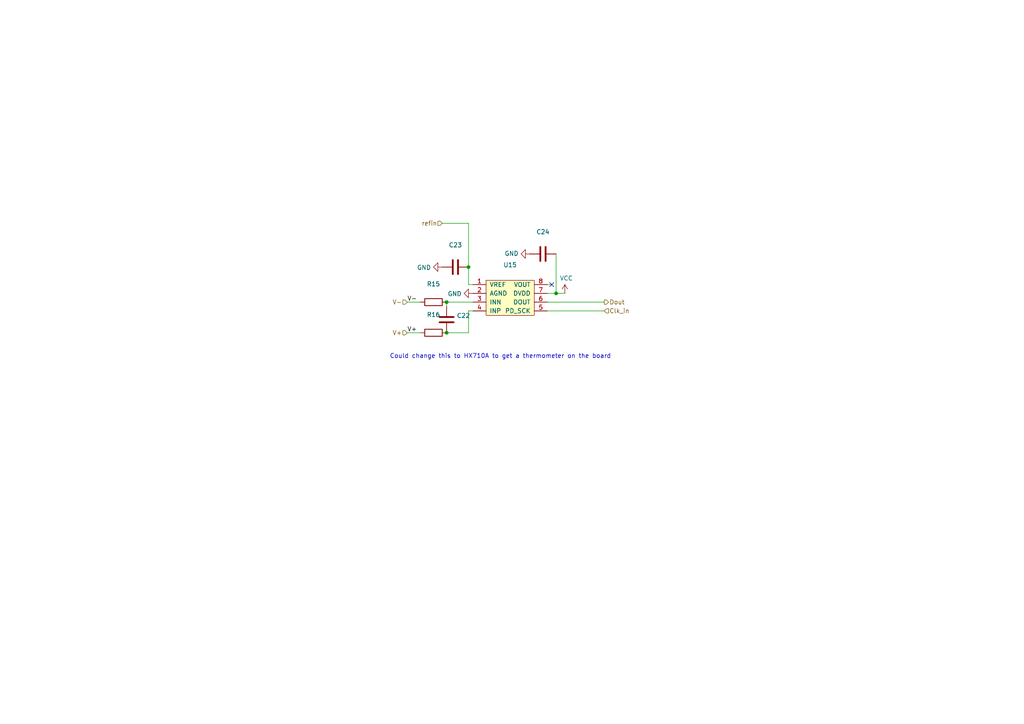
<source format=kicad_sch>
(kicad_sch (version 20211123) (generator eeschema)
  (paper "A4")
  (lib_symbols
    (symbol "0JLC-6:10" (pin_numbers hide) (pin_names (offset 0))
      (property "Reference" "R" (at 2.032 0 90))
      (property "Value" "10" (at 0 0 90))
      (symbol "10_0_1"
        (rectangle (start -1.016 -2.54) (end 1.016 2.54) (stroke (width 0.254)))
      )
      (symbol "10_1_1"
        (pin passive line (at 0 3.81 270) (length 1.27) (name "~") (number "1"))
        (pin passive line (at 0 -3.81 90) (length 1.27) (name "~") (number "2"))
      )
    )
    (symbol "0JLC-6:100nF" (pin_numbers hide) (pin_names (offset 0.254))
      (property "Reference" "C" (at 0.635 2.54 0))
      (property "Value" "100nF" (at 0.635 -2.54 0))
      (symbol "100nF_0_1"
        (polyline (pts (xy -2.032 -0.762) (xy 2.032 -0.762)) (stroke (width 0.508)))
        (polyline (pts (xy -2.032 0.762) (xy 2.032 0.762)) (stroke (width 0.508)))
      )
      (symbol "100nF_1_1"
        (pin passive line (at 0 3.81 270) (length 2.794) (name "~") (number "1"))
        (pin passive line (at 0 -3.81 90) (length 2.794) (name "~") (number "2"))
      )
    )
    (symbol "0JLC-6:HX710C" (pin_names (offset 1.016))
      (property "Reference" "U" (at 0 1.27 0))
      (property "Value" "HX710C" (at 0 3.81 0))
      (symbol "HX710C_0_1"
        (rectangle (start -7.62 0) (end 6.35 -10.16) (fill (type background)))
      )
      (symbol "HX710C_1_1"
        (pin passive line (at -11.43 -1.27 0) (length 3.81) (name "VREF") (number "1"))
        (pin passive line (at -11.43 -3.81 0) (length 3.81) (name "AGND") (number "2"))
        (pin passive line (at -11.43 -6.35 0) (length 3.81) (name "INN") (number "3"))
        (pin passive line (at -11.43 -8.89 0) (length 3.81) (name "INP") (number "4"))
        (pin passive line (at 10.16 -8.89 180) (length 3.81) (name "PD_SCK") (number "5"))
        (pin passive line (at 10.16 -6.35 180) (length 3.81) (name "DOUT") (number "6"))
        (pin passive line (at 10.16 -3.81 180) (length 3.81) (name "DVDD") (number "7"))
        (pin passive line (at 10.16 -1.27 180) (length 3.81) (name "VOUT") (number "8"))
      )
    )
    (symbol "power:GND" (power) (pin_names (offset 0))
      (property "Value" "GND" (at 0 -3.81 0))
      (symbol "GND_0_1"
        (polyline (pts (xy 0 0) (xy 0 -1.27) (xy 1.27 -1.27) (xy 0 -2.54) (xy -1.27 -1.27) (xy 0 -1.27)))
      )
      (symbol "GND_1_1"
        (pin power_in line (at 0 0 270) (length 0) hide (name "GND") (number "1"))
      )
    )
    (symbol "power:VCC" (power) (pin_names (offset 0))
      (property "Value" "VCC" (at 0 3.81 0))
      (symbol "VCC_0_1"
        (polyline (pts (xy -0.762 1.27) (xy 0 2.54)))
        (polyline (pts (xy 0 0) (xy 0 2.54)))
        (polyline (pts (xy 0 2.54) (xy 0.762 1.27)))
      )
      (symbol "VCC_1_1"
        (pin power_in line (at 0 0 90) (length 0) hide (name "VCC") (number "1"))
      )
    )
  )
  (junction (at 135.89 77.47))
  (junction (at 161.29 85.09))
  (junction (at 129.54 87.63))
  (junction (at 129.54 96.52))
  (no_connect (at 160.02 82.55))
  (wire (pts (xy 158.75 87.63) (xy 175.26 87.63)))
  (wire (pts (xy 161.29 85.09) (xy 163.83 85.09)))
  (wire (pts (xy 135.89 64.77) (xy 135.89 77.47)))
  (wire (pts (xy 135.89 77.47) (xy 135.89 82.55)))
  (wire (pts (xy 135.89 82.55) (xy 137.16 82.55)))
  (wire (pts (xy 121.92 87.63) (xy 118.11 87.63)))
  (wire (pts (xy 135.89 96.52) (xy 135.89 90.17)))
  (wire (pts (xy 158.75 90.17) (xy 175.26 90.17)))
  (wire (pts (xy 128.27 64.77) (xy 135.89 64.77)))
  (wire (pts (xy 158.75 82.55) (xy 160.02 82.55)))
  (wire (pts (xy 129.54 96.52) (xy 135.89 96.52)))
  (wire (pts (xy 161.29 73.66) (xy 161.29 85.09)))
  (wire (pts (xy 135.89 90.17) (xy 137.16 90.17)))
  (wire (pts (xy 121.92 96.52) (xy 118.11 96.52)))
  (wire (pts (xy 158.75 85.09) (xy 161.29 85.09)))
  (wire (pts (xy 137.16 87.63) (xy 129.54 87.63)))
  (wire (pts (xy 129.54 87.63) (xy 129.54 88.9)))
  (text "Could change this to HX710A to get a thermometer on the board" (at 113.03 104.14 0) (effects (font (size 1.27 1.27)) (justify left bottom)))
  (label "V+" (at 118.11 96.52 0))
  (label "V-" (at 118.11 87.63 0))
  (hierarchical_label "refin" (shape input) (at 128.27 64.77 180))
  (hierarchical_label "V+" (shape input) (at 118.11 96.52 180))
  (hierarchical_label "Clk_in" (shape input) (at 175.26 90.17 0))
  (hierarchical_label "V-" (shape input) (at 118.11 87.63 180))
  (hierarchical_label "Dout" (shape output) (at 175.26 87.63 0))
  (symbol (lib_id "0JLC-6:HX710C") (at 148.59 81.28 0) (unit 1)
    (property "Reference" "U15" (at 147.955 76.835 0))
    (property "Datasheet" "http://www.image.micros.com.pl/_dane_techniczne_auto/uphx710c%20smd.pdf" (effects hide))
    (property "LCSC" "C124156" (effects hide))
    (property "MPN" "HX710C" (effects hide))
  )
  (symbol (lib_id "power:GND") (at 137.16 85.09 270) (unit 1)
    (property "Reference" "#PWR051" (effects hide))
    (property "Value" "GND" (at 133.9088 85.217 90) (effects (justify right)))
  )
  (symbol (lib_id "0JLC-6:100nF") (at 129.54 92.71 180) (unit 1)
    (property "Reference" "C22" (at 132.461 91.5416 0) (effects (justify right)))
    (property "LCSC" "C14663" (effects hide))
    (property "MPN" "CC0603KRX7R9BB104" (effects hide))
  )
  (symbol (lib_id "0JLC-6:10") (at 125.73 87.63 270) (unit 1)
    (property "Reference" "R15" (at 125.73 82.3722 90))
    (property "LCSC" "C22775" (effects hide))
    (property "MPN" "0603WAF1000T5E" (effects hide))
  )
  (symbol (lib_id "0JLC-6:10") (at 125.73 96.52 270) (unit 1)
    (property "Reference" "R16" (at 125.73 91.2622 90))
    (property "LCSC" "C22775" (effects hide))
    (property "MPN" "0603WAF1000T5E" (effects hide))
  )
  (symbol (lib_id "0JLC-6:100nF") (at 132.08 77.47 270) (unit 1)
    (property "Reference" "C23" (at 132.08 71.0692 90))
    (property "LCSC" "C14663" (effects hide))
    (property "MPN" "CC0603KRX7R9BB104" (effects hide))
  )
  (symbol (lib_id "power:GND") (at 128.27 77.47 270) (unit 1)
    (property "Reference" "#PWR050" (effects hide))
    (property "Value" "GND" (at 125.0188 77.597 90) (effects (justify right)))
  )
  (symbol (lib_id "0JLC-6:100nF") (at 157.48 73.66 90) (mirror x) (unit 1)
    (property "Reference" "C24" (at 157.48 67.2592 90))
    (property "LCSC" "C14663" (effects hide))
    (property "MPN" "CC0603KRX7R9BB104" (effects hide))
  )
  (symbol (lib_id "power:GND") (at 153.67 73.66 270) (mirror x) (unit 1)
    (property "Reference" "#PWR052" (effects hide))
    (property "Value" "GND" (at 150.4188 73.533 90) (effects (justify right)))
  )
  (symbol (lib_id "power:VCC") (at 163.83 85.09 0) (unit 1)
    (property "Reference" "#PWR053" (effects hide))
    (property "Value" "VCC" (at 164.2618 80.6958 0))
  )
)
</source>
